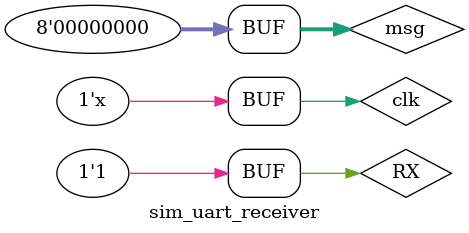
<source format=sv>
`timescale 1ns / 1ps


module sim_uart_receiver();

logic clk = 0;
logic RX = 1;
logic [7:0] msg = 0;

uart_receiver dut(.clk(clk), .Baud_rate_us(1), .RX(RX), .msg(msg));

always begin #5 clk = ~clk; end

initial begin
   #200
   RX = 0;
   #100
   RX = 1;
   #100
   RX = 0;
   #100
   RX = 0;
   #100
   RX = 1;
   #100
   RX = 1;
   #100
   RX = 1;
   #100
   RX = 0;
   #100
   RX = 1;
   #100
   RX = 1;
   #100
   RX = 1;
end

endmodule

</source>
